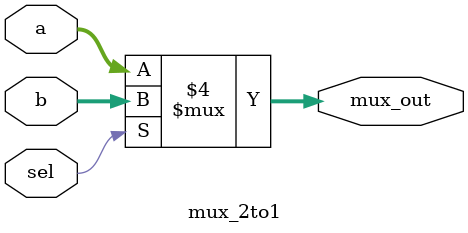
<source format=v>
`timescale 1ns / 1ps
module mux_2to1(a, b, sel, mux_out);

     input     [15:0]    a, b;
     input               sel;
     
     output    [15:0]    mux_out;
     
     reg       [15:0]    mux_out;
     
     always @(a or b or sel)
          if(sel == 1'b0)
               mux_out = a;
          else
               mux_out = b;
endmodule

</source>
